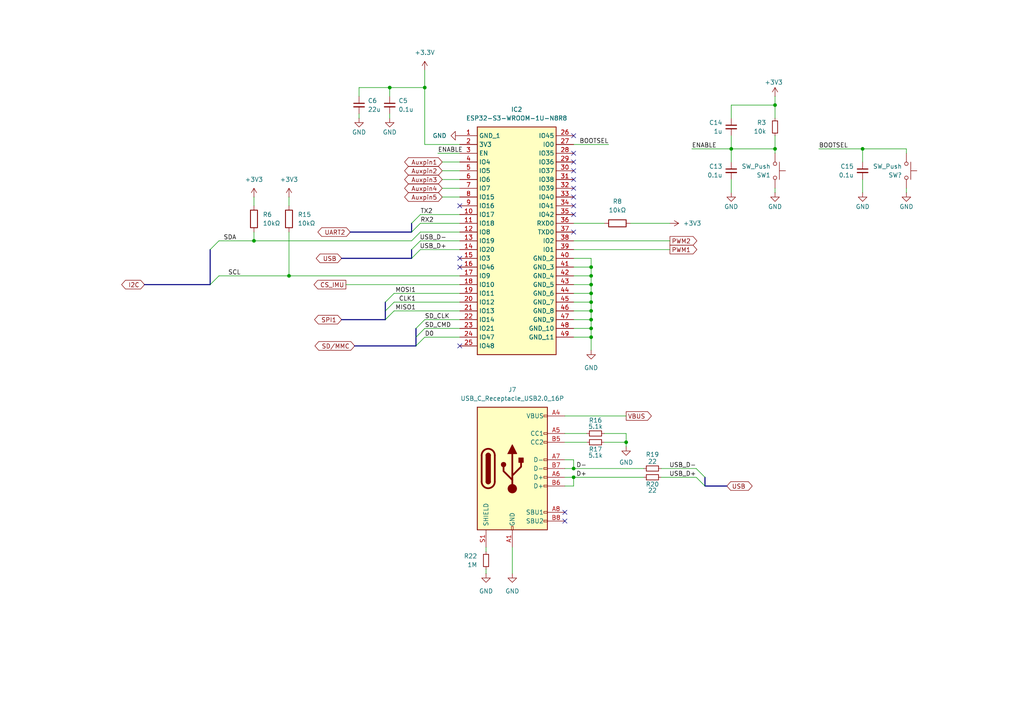
<source format=kicad_sch>
(kicad_sch (version 20250114) (generator "eeschema") (generator_version "9.0")
  (paper "A4")
  (lib_symbols
    (symbol "Connector:USB_C_Receptacle_USB2.0_16P" (pin_names (offset 1.016))
      (property "Reference" "J" (at 0 22.225 0))
      (property "Value" "USB_C_Receptacle_USB2.0_16P" (at 0 19.685 0))
      (symbol "USB_C_Receptacle_USB2.0_16P_0_0"
        (rectangle (start -0.254 -17.78) (end 0.254 -16.764))
        (rectangle (start 10.16 15.494) (end 9.144 14.986))
        (rectangle (start 10.16 10.414) (end 9.144 9.906))
        (rectangle (start 10.16 7.874) (end 9.144 7.366))
        (rectangle (start 10.16 2.794) (end 9.144 2.286))
        (rectangle (start 10.16 0.254) (end 9.144 -0.254))
        (rectangle (start 10.16 -2.286) (end 9.144 -2.794))
        (rectangle (start 10.16 -4.826) (end 9.144 -5.334))
        (rectangle (start 10.16 -12.446) (end 9.144 -12.954))
        (rectangle (start 10.16 -14.986) (end 9.144 -15.494))
      )
      (symbol "USB_C_Receptacle_USB2.0_16P_0_1"
        (rectangle (start -10.16 17.78) (end 10.16 -17.78) (stroke (width 0.254)) (fill (type background)))
        (polyline (pts (xy -8.89 -3.81) (xy -8.89 3.81)) (stroke (width 0.508)))
        (rectangle (start -7.62 -3.81) (end -6.35 3.81) (stroke (width 0.254)) (fill (type outline)))
        (arc (start -7.62 3.81) (mid -6.985 4.4423) (end -6.35 3.81) (stroke (width 0.254)))
        (arc (start -7.62 3.81) (mid -6.985 4.4423) (end -6.35 3.81) (stroke (width 0.254)) (fill (type outline)))
        (arc (start -8.89 3.81) (mid -6.985 5.7067) (end -5.08 3.81) (stroke (width 0.508)))
        (arc (start -5.08 -3.81) (mid -6.985 -5.7067) (end -8.89 -3.81) (stroke (width 0.508)))
        (arc (start -6.35 -3.81) (mid -6.985 -4.4423) (end -7.62 -3.81) (stroke (width 0.254)))
        (arc (start -6.35 -3.81) (mid -6.985 -4.4423) (end -7.62 -3.81) (stroke (width 0.254)) (fill (type outline)))
        (polyline (pts (xy -5.08 3.81) (xy -5.08 -3.81)) (stroke (width 0.508)))
        (circle (center -2.54 1.143) (radius 0.635) (stroke (width 0.254)) (fill (type outline)))
        (polyline (pts (xy -1.27 4.318) (xy 0 6.858) (xy 1.27 4.318) (xy -1.27 4.318)) (stroke (width 0.254)) (fill (type outline)))
        (polyline (pts (xy 0 -2.032) (xy 2.54 0.508) (xy 2.54 1.778)) (stroke (width 0.508)))
        (polyline (pts (xy 0 -3.302) (xy -2.54 -0.762) (xy -2.54 0.508)) (stroke (width 0.508)))
        (polyline (pts (xy 0 -5.842) (xy 0 4.318)) (stroke (width 0.508)))
        (circle (center 0 -5.842) (radius 1.27) (fill (type outline)))
        (rectangle (start 1.905 1.778) (end 3.175 3.048) (stroke (width 0.254)) (fill (type outline)))
      )
      (symbol "USB_C_Receptacle_USB2.0_16P_1_1"
        (pin passive line (at -7.62 -22.86 90) (length 5.08) (name "SHIELD") (number "S1"))
        (pin passive line (at 0 -22.86 90) (length 5.08) (name "GND") (number "A1"))
        (pin passive line (at 0 -22.86 90) (length 5.08) (hide yes) (name "GND") (number "A12"))
        (pin passive line (at 0 -22.86 90) (length 5.08) (hide yes) (name "GND") (number "B1"))
        (pin passive line (at 0 -22.86 90) (length 5.08) (hide yes) (name "GND") (number "B12"))
        (pin passive line (at 15.24 15.24 180) (length 5.08) (name "VBUS") (number "A4"))
        (pin passive line (at 15.24 15.24 180) (length 5.08) (hide yes) (name "VBUS") (number "A9"))
        (pin passive line (at 15.24 15.24 180) (length 5.08) (hide yes) (name "VBUS") (number "B4"))
        (pin passive line (at 15.24 15.24 180) (length 5.08) (hide yes) (name "VBUS") (number "B9"))
        (pin bidirectional line (at 15.24 10.16 180) (length 5.08) (name "CC1") (number "A5"))
        (pin bidirectional line (at 15.24 7.62 180) (length 5.08) (name "CC2") (number "B5"))
        (pin bidirectional line (at 15.24 2.54 180) (length 5.08) (name "D-") (number "A7"))
        (pin bidirectional line (at 15.24 0 180) (length 5.08) (name "D-") (number "B7"))
        (pin bidirectional line (at 15.24 -2.54 180) (length 5.08) (name "D+") (number "A6"))
        (pin bidirectional line (at 15.24 -5.08 180) (length 5.08) (name "D+") (number "B6"))
        (pin bidirectional line (at 15.24 -12.7 180) (length 5.08) (name "SBU1") (number "A8"))
        (pin bidirectional line (at 15.24 -15.24 180) (length 5.08) (name "SBU2") (number "B8"))
      )
    )
    (symbol "Device:C_Small" (pin_numbers (hide yes)) (pin_names (offset 0.254) (hide yes))
      (property "Reference" "C" (at 0.254 1.778 0))
      (property "Value" "C_Small" (at 0.254 -2.032 0))
      (symbol "C_Small_0_1"
        (polyline (pts (xy -1.524 0.508) (xy 1.524 0.508)) (stroke (width 0.3048)))
        (polyline (pts (xy -1.524 -0.508) (xy 1.524 -0.508)) (stroke (width 0.3302)))
      )
      (symbol "C_Small_1_1"
        (pin passive line (at 0 2.54 270) (length 2.032) (name "~") (number "1"))
        (pin passive line (at 0 -2.54 90) (length 2.032) (name "~") (number "2"))
      )
    )
    (symbol "Device:R" (pin_numbers (hide yes)) (pin_names (offset 0))
      (property "Reference" "R" (at 2.032 0 90))
      (property "Value" "R" (at 0 0 90))
      (symbol "R_0_1"
        (rectangle (start -1.016 -2.54) (end 1.016 2.54) (stroke (width 0.254)))
      )
      (symbol "R_1_1"
        (pin passive line (at 0 3.81 270) (length 1.27) (name "~") (number "1"))
        (pin passive line (at 0 -3.81 90) (length 1.27) (name "~") (number "2"))
      )
    )
    (symbol "Device:R_Small" (pin_numbers (hide yes)) (pin_names (offset 0.254) (hide yes))
      (property "Reference" "R" (at 0 0 90))
      (property "Value" "R_Small" (at 1.778 0 90))
      (symbol "R_Small_0_1"
        (rectangle (start -0.762 1.778) (end 0.762 -1.778) (stroke (width 0.2032)))
      )
      (symbol "R_Small_1_1"
        (pin passive line (at 0 2.54 270) (length 0.762) (name "~") (number "1"))
        (pin passive line (at 0 -2.54 90) (length 0.762) (name "~") (number "2"))
      )
    )
    (symbol "ESP32-S3-WROOM-1U-N8R8:ESP32-S3-WROOM-1U-N8R8"
      (property "Reference" "IC" (at 29.21 7.62 0))
      (property "Value" "ESP32-S3-WROOM-1U-N8R8" (at 29.21 5.08 0))
      (symbol "ESP32-S3-WROOM-1U-N8R8_1_1"
        (rectangle (start 5.08 2.54) (end 27.94 -63.5) (stroke (width 0.254)) (fill (type background)))
        (pin passive line (at 0 0 0) (length 5.08) (name "GND_1") (number "1"))
        (pin passive line (at 0 -2.54 0) (length 5.08) (name "3V3") (number "2"))
        (pin passive line (at 0 -5.08 0) (length 5.08) (name "EN") (number "3"))
        (pin passive line (at 0 -7.62 0) (length 5.08) (name "IO4") (number "4"))
        (pin passive line (at 0 -10.16 0) (length 5.08) (name "IO5") (number "5"))
        (pin passive line (at 0 -12.7 0) (length 5.08) (name "IO6") (number "6"))
        (pin passive line (at 0 -15.24 0) (length 5.08) (name "IO7") (number "7"))
        (pin passive line (at 0 -17.78 0) (length 5.08) (name "IO15") (number "8"))
        (pin passive line (at 0 -20.32 0) (length 5.08) (name "IO16") (number "9"))
        (pin passive line (at 0 -22.86 0) (length 5.08) (name "IO17") (number "10"))
        (pin passive line (at 0 -25.4 0) (length 5.08) (name "IO18") (number "11"))
        (pin passive line (at 0 -27.94 0) (length 5.08) (name "IO8") (number "12"))
        (pin passive line (at 0 -30.48 0) (length 5.08) (name "IO19") (number "13"))
        (pin passive line (at 0 -33.02 0) (length 5.08) (name "IO20") (number "14"))
        (pin passive line (at 0 -35.56 0) (length 5.08) (name "IO3") (number "15"))
        (pin passive line (at 0 -38.1 0) (length 5.08) (name "IO46") (number "16"))
        (pin passive line (at 0 -40.64 0) (length 5.08) (name "IO9") (number "17"))
        (pin passive line (at 0 -43.18 0) (length 5.08) (name "IO10") (number "18"))
        (pin passive line (at 0 -45.72 0) (length 5.08) (name "IO11") (number "19"))
        (pin passive line (at 0 -48.26 0) (length 5.08) (name "IO12") (number "20"))
        (pin passive line (at 0 -50.8 0) (length 5.08) (name "IO13") (number "21"))
        (pin passive line (at 0 -53.34 0) (length 5.08) (name "IO14") (number "22"))
        (pin passive line (at 0 -55.88 0) (length 5.08) (name "IO21") (number "23"))
        (pin passive line (at 0 -58.42 0) (length 5.08) (name "IO47") (number "24"))
        (pin passive line (at 0 -60.96 0) (length 5.08) (name "IO48") (number "25"))
        (pin passive line (at 33.02 0 180) (length 5.08) (name "IO45") (number "26"))
        (pin passive line (at 33.02 -2.54 180) (length 5.08) (name "IO0") (number "27"))
        (pin passive line (at 33.02 -5.08 180) (length 5.08) (name "IO35") (number "28"))
        (pin passive line (at 33.02 -7.62 180) (length 5.08) (name "IO36") (number "29"))
        (pin passive line (at 33.02 -10.16 180) (length 5.08) (name "IO37") (number "30"))
        (pin passive line (at 33.02 -12.7 180) (length 5.08) (name "IO38") (number "31"))
        (pin passive line (at 33.02 -15.24 180) (length 5.08) (name "IO39") (number "32"))
        (pin passive line (at 33.02 -17.78 180) (length 5.08) (name "IO40") (number "33"))
        (pin passive line (at 33.02 -20.32 180) (length 5.08) (name "IO41") (number "34"))
        (pin passive line (at 33.02 -22.86 180) (length 5.08) (name "IO42") (number "35"))
        (pin passive line (at 33.02 -25.4 180) (length 5.08) (name "RXD0") (number "36"))
        (pin passive line (at 33.02 -27.94 180) (length 5.08) (name "TXD0") (number "37"))
        (pin passive line (at 33.02 -30.48 180) (length 5.08) (name "IO2") (number "38"))
        (pin passive line (at 33.02 -33.02 180) (length 5.08) (name "IO1") (number "39"))
        (pin passive line (at 33.02 -35.56 180) (length 5.08) (name "GND_2") (number "40"))
        (pin passive line (at 33.02 -38.1 180) (length 5.08) (name "GND_3") (number "41"))
        (pin passive line (at 33.02 -40.64 180) (length 5.08) (name "GND_4") (number "42"))
        (pin passive line (at 33.02 -43.18 180) (length 5.08) (name "GND_5") (number "43"))
        (pin passive line (at 33.02 -45.72 180) (length 5.08) (name "GND_6") (number "44"))
        (pin passive line (at 33.02 -48.26 180) (length 5.08) (name "GND_7") (number "45"))
        (pin passive line (at 33.02 -50.8 180) (length 5.08) (name "GND_8") (number "46"))
        (pin passive line (at 33.02 -53.34 180) (length 5.08) (name "GND_9") (number "47"))
        (pin passive line (at 33.02 -55.88 180) (length 5.08) (name "GND_10") (number "48"))
        (pin passive line (at 33.02 -58.42 180) (length 5.08) (name "GND_11") (number "49"))
      )
    )
    (symbol "Switch:SW_Push" (pin_numbers (hide yes)) (pin_names (offset 1.016) (hide yes))
      (property "Reference" "SW" (at 1.27 2.54 0))
      (property "Value" "SW_Push" (at 0 -1.524 0))
      (symbol "SW_Push_0_1"
        (circle (center -2.032 0) (radius 0.508))
        (polyline (pts (xy 0 1.27) (xy 0 3.048)))
        (circle (center 2.032 0) (radius 0.508))
        (polyline (pts (xy 2.54 1.27) (xy -2.54 1.27)))
        (pin passive line (at -5.08 0 0) (length 2.54) (name "1") (number "1"))
        (pin passive line (at 5.08 0 180) (length 2.54) (name "2") (number "2"))
      )
    )
    (symbol "power:+3.3V" (power) (pin_numbers (hide yes)) (pin_names (offset 0) (hide yes))
      (property "Value" "+3.3V" (at 0 3.556 0))
      (symbol "+3.3V_0_1"
        (polyline (pts (xy -0.762 1.27) (xy 0 2.54)))
        (polyline (pts (xy 0 2.54) (xy 0.762 1.27)))
        (polyline (pts (xy 0 0) (xy 0 2.54)))
      )
      (symbol "+3.3V_1_1"
        (pin power_in line (at 0 0 90) (length 0) (name "~") (number "1"))
      )
    )
    (symbol "power:+3V3" (power) (pin_numbers (hide yes)) (pin_names (offset 0) (hide yes))
      (property "Value" "+3V3" (at 0 3.556 0))
      (symbol "+3V3_0_1"
        (polyline (pts (xy -0.762 1.27) (xy 0 2.54)))
        (polyline (pts (xy 0 2.54) (xy 0.762 1.27)))
        (polyline (pts (xy 0 0) (xy 0 2.54)))
      )
      (symbol "+3V3_1_1"
        (pin power_in line (at 0 0 90) (length 0) (name "~") (number "1"))
      )
    )
    (symbol "power:GND" (power) (pin_numbers (hide yes)) (pin_names (offset 0) (hide yes))
      (property "Value" "GND" (at 0 -3.81 0))
      (symbol "GND_0_1"
        (polyline (pts (xy 0 0) (xy 0 -1.27) (xy 1.27 -1.27) (xy 0 -2.54) (xy -1.27 -1.27) (xy 0 -1.27)))
      )
      (symbol "GND_1_1"
        (pin power_in line (at 0 0 270) (length 0) (name "~") (number "1"))
      )
    )
  )
  (junction (at 250.19 43.18))
  (junction (at 113.03 25.4))
  (junction (at 212.09 43.18))
  (junction (at 171.45 95.25))
  (junction (at 83.82 80.01))
  (junction (at 123.19 25.4))
  (junction (at 171.45 85.09))
  (junction (at 171.45 82.55))
  (junction (at 171.45 80.01))
  (junction (at 166.37 138.43))
  (junction (at 224.79 30.48))
  (junction (at 73.66 69.85))
  (junction (at 171.45 90.17))
  (junction (at 181.61 128.27))
  (junction (at 171.45 92.71))
  (junction (at 224.79 43.18))
  (junction (at 171.45 97.79))
  (junction (at 171.45 77.47))
  (junction (at 171.45 87.63))
  (junction (at 166.37 135.89))
  (no_connect (at 166.37 39.37))
  (no_connect (at 133.35 100.33))
  (no_connect (at 166.37 49.53))
  (no_connect (at 133.35 59.69))
  (no_connect (at 133.35 77.47))
  (no_connect (at 166.37 59.69))
  (no_connect (at 166.37 46.99))
  (no_connect (at 166.37 44.45))
  (no_connect (at 166.37 54.61))
  (no_connect (at 166.37 62.23))
  (no_connect (at 163.83 148.59))
  (no_connect (at 133.35 74.93))
  (no_connect (at 166.37 67.31))
  (no_connect (at 166.37 57.15))
  (no_connect (at 163.83 151.13))
  (no_connect (at 166.37 52.07))
  (bus_entry (at 63.5 69.85) (size -2.54 2.54))
  (bus_entry (at 119.38 67.31) (size 2.54 -2.54))
  (bus_entry (at 114.3 85.09) (size -2.54 2.54))
  (bus_entry (at 119.38 64.77) (size 2.54 -2.54))
  (bus_entry (at 201.93 138.43) (size 2.54 2.54))
  (bus_entry (at 119.38 72.39) (size 2.54 -2.54))
  (bus_entry (at 63.5 80.01) (size -2.54 2.54))
  (bus_entry (at 114.3 90.17) (size -2.54 2.54))
  (bus_entry (at 201.93 135.89) (size 2.54 2.54))
  (bus_entry (at 114.3 87.63) (size -2.54 2.54))
  (bus_entry (at 123.19 95.25) (size -2.54 2.54))
  (bus_entry (at 123.19 97.79) (size -2.54 2.54))
  (bus_entry (at 123.19 92.71) (size -2.54 2.54))
  (bus_entry (at 119.38 74.93) (size 2.54 -2.54))
  (wire (pts (xy 113.03 27.94) (xy 113.03 25.4)))
  (wire (pts (xy 200.66 43.18) (xy 212.09 43.18)))
  (bus (pts (xy 204.47 140.97) (xy 210.82 140.97)))
  (bus (pts (xy 60.96 72.39) (xy 60.96 82.55)))
  (wire (pts (xy 113.03 34.29) (xy 113.03 33.02)))
  (wire (pts (xy 224.79 30.48) (xy 224.79 34.29)))
  (wire (pts (xy 128.27 46.99) (xy 133.35 46.99)))
  (wire (pts (xy 166.37 74.93) (xy 171.45 74.93)))
  (wire (pts (xy 166.37 135.89) (xy 186.69 135.89)))
  (bus (pts (xy 119.38 64.77) (xy 119.38 67.31)))
  (wire (pts (xy 123.19 92.71) (xy 133.35 92.71)))
  (wire (pts (xy 133.35 41.91) (xy 123.19 41.91)))
  (wire (pts (xy 212.09 43.18) (xy 212.09 46.99)))
  (wire (pts (xy 166.37 64.77) (xy 175.26 64.77)))
  (wire (pts (xy 212.09 30.48) (xy 224.79 30.48)))
  (wire (pts (xy 104.14 25.4) (xy 113.03 25.4)))
  (wire (pts (xy 166.37 135.89) (xy 166.37 133.35)))
  (bus (pts (xy 41.91 82.55) (xy 60.96 82.55)))
  (wire (pts (xy 163.83 128.27) (xy 170.18 128.27)))
  (wire (pts (xy 171.45 80.01) (xy 171.45 82.55)))
  (wire (pts (xy 171.45 90.17) (xy 171.45 92.71)))
  (wire (pts (xy 182.88 64.77) (xy 194.31 64.77)))
  (wire (pts (xy 166.37 85.09) (xy 171.45 85.09)))
  (wire (pts (xy 123.19 41.91) (xy 123.19 25.4)))
  (bus (pts (xy 111.76 87.63) (xy 111.76 90.17)))
  (wire (pts (xy 212.09 39.37) (xy 212.09 43.18)))
  (bus (pts (xy 111.76 92.71) (xy 99.06 92.71)))
  (wire (pts (xy 175.26 128.27) (xy 181.61 128.27)))
  (wire (pts (xy 166.37 82.55) (xy 171.45 82.55)))
  (wire (pts (xy 262.89 55.88) (xy 262.89 54.61)))
  (wire (pts (xy 114.3 85.09) (xy 133.35 85.09)))
  (wire (pts (xy 166.37 133.35) (xy 163.83 133.35)))
  (wire (pts (xy 128.27 49.53) (xy 133.35 49.53)))
  (wire (pts (xy 113.03 25.4) (xy 123.19 25.4)))
  (bus (pts (xy 99.06 74.93) (xy 119.38 74.93)))
  (wire (pts (xy 163.83 135.89) (xy 166.37 135.89)))
  (wire (pts (xy 171.45 87.63) (xy 171.45 90.17)))
  (bus (pts (xy 119.38 72.39) (xy 119.38 74.93)))
  (wire (pts (xy 166.37 77.47) (xy 171.45 77.47)))
  (wire (pts (xy 140.97 165.1) (xy 140.97 166.37)))
  (wire (pts (xy 212.09 34.29) (xy 212.09 30.48)))
  (wire (pts (xy 224.79 43.18) (xy 224.79 44.45)))
  (wire (pts (xy 163.83 125.73) (xy 170.18 125.73)))
  (wire (pts (xy 123.19 95.25) (xy 133.35 95.25)))
  (wire (pts (xy 181.61 125.73) (xy 181.61 128.27)))
  (wire (pts (xy 63.5 69.85) (xy 73.66 69.85)))
  (wire (pts (xy 166.37 87.63) (xy 171.45 87.63)))
  (wire (pts (xy 224.79 39.37) (xy 224.79 43.18)))
  (wire (pts (xy 121.92 67.31) (xy 133.35 67.31)))
  (wire (pts (xy 83.82 80.01) (xy 133.35 80.01)))
  (wire (pts (xy 250.19 43.18) (xy 262.89 43.18)))
  (wire (pts (xy 73.66 57.15) (xy 73.66 59.69)))
  (wire (pts (xy 166.37 138.43) (xy 163.83 138.43)))
  (wire (pts (xy 73.66 67.31) (xy 73.66 69.85)))
  (wire (pts (xy 194.31 69.85) (xy 166.37 69.85)))
  (wire (pts (xy 127 44.45) (xy 133.35 44.45)))
  (wire (pts (xy 166.37 97.79) (xy 171.45 97.79)))
  (wire (pts (xy 171.45 97.79) (xy 171.45 101.6)))
  (wire (pts (xy 140.97 160.02) (xy 140.97 158.75)))
  (wire (pts (xy 166.37 90.17) (xy 171.45 90.17)))
  (wire (pts (xy 166.37 95.25) (xy 171.45 95.25)))
  (wire (pts (xy 128.27 57.15) (xy 133.35 57.15)))
  (wire (pts (xy 181.61 128.27) (xy 181.61 129.54)))
  (wire (pts (xy 163.83 120.65) (xy 181.61 120.65)))
  (wire (pts (xy 73.66 69.85) (xy 119.38 69.85)))
  (wire (pts (xy 175.26 125.73) (xy 181.61 125.73)))
  (bus (pts (xy 102.87 100.33) (xy 120.65 100.33)))
  (wire (pts (xy 114.3 87.63) (xy 133.35 87.63)))
  (wire (pts (xy 262.89 43.18) (xy 262.89 44.45)))
  (wire (pts (xy 171.45 92.71) (xy 171.45 95.25)))
  (bus (pts (xy 120.65 97.79) (xy 120.65 100.33)))
  (wire (pts (xy 250.19 43.18) (xy 250.19 46.99)))
  (wire (pts (xy 148.59 158.75) (xy 148.59 166.37)))
  (wire (pts (xy 212.09 52.07) (xy 212.09 55.88)))
  (wire (pts (xy 123.19 97.79) (xy 133.35 97.79)))
  (wire (pts (xy 63.5 80.01) (xy 83.82 80.01)))
  (wire (pts (xy 171.45 74.93) (xy 171.45 77.47)))
  (wire (pts (xy 104.14 27.94) (xy 104.14 25.4)))
  (wire (pts (xy 166.37 72.39) (xy 194.31 72.39)))
  (wire (pts (xy 224.79 27.94) (xy 224.79 30.48)))
  (wire (pts (xy 163.83 140.97) (xy 166.37 140.97)))
  (bus (pts (xy 204.47 138.43) (xy 204.47 140.97)))
  (wire (pts (xy 83.82 67.31) (xy 83.82 80.01)))
  (wire (pts (xy 133.35 72.39) (xy 121.92 72.39)))
  (wire (pts (xy 224.79 55.88) (xy 224.79 54.61)))
  (wire (pts (xy 250.19 52.07) (xy 250.19 55.88)))
  (wire (pts (xy 83.82 57.15) (xy 83.82 59.69)))
  (wire (pts (xy 191.77 135.89) (xy 201.93 135.89)))
  (wire (pts (xy 128.27 52.07) (xy 133.35 52.07)))
  (wire (pts (xy 121.92 62.23) (xy 133.35 62.23)))
  (bus (pts (xy 101.6 67.31) (xy 119.38 67.31)))
  (wire (pts (xy 121.92 67.31) (xy 119.38 69.85)))
  (wire (pts (xy 121.92 64.77) (xy 133.35 64.77)))
  (wire (pts (xy 104.14 34.29) (xy 104.14 33.02)))
  (wire (pts (xy 237.49 43.18) (xy 250.19 43.18)))
  (wire (pts (xy 171.45 95.25) (xy 171.45 97.79)))
  (wire (pts (xy 166.37 140.97) (xy 166.37 138.43)))
  (wire (pts (xy 171.45 85.09) (xy 171.45 87.63)))
  (wire (pts (xy 191.77 138.43) (xy 201.93 138.43)))
  (wire (pts (xy 212.09 43.18) (xy 224.79 43.18)))
  (wire (pts (xy 166.37 80.01) (xy 171.45 80.01)))
  (wire (pts (xy 123.19 25.4) (xy 123.19 20.32)))
  (wire (pts (xy 128.27 54.61) (xy 133.35 54.61)))
  (wire (pts (xy 166.37 138.43) (xy 186.69 138.43)))
  (wire (pts (xy 171.45 82.55) (xy 171.45 85.09)))
  (wire (pts (xy 100.33 82.55) (xy 133.35 82.55)))
  (wire (pts (xy 166.37 41.91) (xy 176.53 41.91)))
  (wire (pts (xy 121.92 69.85) (xy 133.35 69.85)))
  (bus (pts (xy 120.65 95.25) (xy 120.65 97.79)))
  (bus (pts (xy 111.76 90.17) (xy 111.76 92.71)))
  (wire (pts (xy 166.37 92.71) (xy 171.45 92.71)))
  (wire (pts (xy 171.45 77.47) (xy 171.45 80.01)))
  (wire (pts (xy 114.3 90.17) (xy 133.35 90.17)))
  (label "RX2" (at 121.92 64.77 0))
  (label "MISO1" (at 120.65 90.17 180))
  (label "BOOTSEL" (at 237.49 43.18 0))
  (label "SD_CMD" (at 123.19 95.25 0))
  (label "BOOTSEL" (at 176.53 41.91 180))
  (label "MOSI1" (at 120.65 85.09 180))
  (label "SDA" (at 68.58 69.85 180))
  (label "USB_D+" (at 129.54 72.39 180))
  (label "USB_D-" (at 129.54 69.85 180))
  (label "SD_CLK" (at 123.19 92.71 0))
  (label "D-" (at 170.18 135.89 180))
  (label "D0" (at 123.19 97.79 0))
  (label "TX2" (at 121.92 62.23 0))
  (label "CLK1" (at 120.65 87.63 180))
  (label "SCL" (at 69.85 80.01 180))
  (label "ENABLE" (at 127 44.45 0))
  (label "D+" (at 170.18 138.43 180))
  (label "USB_D+" (at 201.93 138.43 180))
  (label "ENABLE" (at 200.66 43.18 0))
  (label "USB_D-" (at 201.93 135.89 180))
  (global_label "VBUS" (shape output) (at 181.61 120.65 0) (property "Intersheetrefs" "${INTERSHEET_REFS}" (effects (hide yes))))
  (global_label "Auxpin1" (shape bidirectional) (at 128.27 46.99 180) (property "Intersheetrefs" "${INTERSHEET_REFS}" (effects (hide yes))))
  (global_label "Auxpin3" (shape bidirectional) (at 128.27 52.07 180) (property "Intersheetrefs" "${INTERSHEET_REFS}" (effects (hide yes))))
  (global_label "CS_IMU" (shape output) (at 100.33 82.55 180) (property "Intersheetrefs" "${INTERSHEET_REFS}" (effects (hide yes))))
  (global_label "SPI1" (shape bidirectional) (at 99.06 92.71 180) (property "Intersheetrefs" "${INTERSHEET_REFS}" (effects (hide yes))))
  (global_label "Auxpin5" (shape bidirectional) (at 128.27 57.15 180) (property "Intersheetrefs" "${INTERSHEET_REFS}" (effects (hide yes))))
  (global_label "Auxpin4" (shape bidirectional) (at 128.27 54.61 180) (property "Intersheetrefs" "${INTERSHEET_REFS}" (effects (hide yes))))
  (global_label "UART2" (shape bidirectional) (at 101.6 67.31 180) (property "Intersheetrefs" "${INTERSHEET_REFS}" (effects (hide yes))))
  (global_label "SD{slash}MMC" (shape bidirectional) (at 102.87 100.33 180) (property "Intersheetrefs" "${INTERSHEET_REFS}" (effects (hide yes))))
  (global_label "PWM1" (shape output) (at 194.31 72.39 0) (property "Intersheetrefs" "${INTERSHEET_REFS}" (effects (hide yes))))
  (global_label "PWM2" (shape output) (at 194.31 69.85 0) (property "Intersheetrefs" "${INTERSHEET_REFS}" (effects (hide yes))))
  (global_label "USB" (shape bidirectional) (at 99.06 74.93 180) (property "Intersheetrefs" "${INTERSHEET_REFS}" (effects (hide yes))))
  (global_label "Auxpin2" (shape bidirectional) (at 128.27 49.53 180) (property "Intersheetrefs" "${INTERSHEET_REFS}" (effects (hide yes))))
  (global_label "I2C" (shape bidirectional) (at 41.91 82.55 180) (property "Intersheetrefs" "${INTERSHEET_REFS}" (effects (hide yes))))
  (global_label "USB" (shape bidirectional) (at 210.82 140.97 0) (property "Intersheetrefs" "${INTERSHEET_REFS}" (effects (hide yes))))
  (symbol (lib_id "power:GND") (at 140.97 166.37 0) (unit 1)
    (property "Reference" "#PWR031" (effects (hide yes)))
    (property "Value" "GND" (at 140.97 171.45 0))
    (property "Description" "Power symbol creates a global label with name \"GND\" , ground" (effects (hide yes)))
  )
  (symbol (lib_id "power:GND") (at 224.79 55.88 0) (mirror y) (unit 1)
    (property "Reference" "#PWR048" (effects (hide yes)))
    (property "Value" "GND" (at 224.79 59.944 0))
    (property "Description" "Power symbol creates a global label with name \"GND\" , ground" (effects (hide yes)))
  )
  (symbol (lib_id "Device:R_Small") (at 172.72 125.73 270) (mirror x) (unit 1)
    (property "Reference" "R16" (at 172.72 121.92 90))
    (property "Value" "5.1k" (at 172.72 123.698 90))
    (property "Footprint" "Resistor_SMD:R_0603_1608Metric_Pad0.98x0.95mm_HandSolder" (effects (hide yes)))
    (property "Description" "Resistor, small symbol" (effects (hide yes)))
  )
  (symbol (lib_id "Device:R") (at 73.66 63.5 180) (unit 1)
    (property "Reference" "R6" (at 76.2 62.2299 0) (effects (justify right)))
    (property "Value" "10kΩ" (at 76.2 64.7699 0) (effects (justify right)))
    (property "Footprint" "Resistor_SMD:R_0603_1608Metric_Pad0.98x0.95mm_HandSolder" (effects (hide yes)))
    (property "Description" "Resistor" (effects (hide yes)))
  )
  (symbol (lib_id "Device:C_Small") (at 113.03 30.48 0) (unit 1)
    (property "Reference" "C5" (at 115.57 29.2162 0) (effects (justify left)))
    (property "Value" "0.1u" (at 115.57 31.7562 0) (effects (justify left)))
    (property "Footprint" "Capacitor_SMD:C_0603_1608Metric_Pad1.08x0.95mm_HandSolder" (effects (hide yes)))
    (property "Description" "Unpolarized capacitor, small symbol" (effects (hide yes)))
  )
  (symbol (lib_id "power:+3V3") (at 73.66 57.15 0) (unit 1)
    (property "Reference" "#PWR011" (effects (hide yes)))
    (property "Value" "+3V3" (at 73.66 52.07 0))
    (property "Description" "Power symbol creates a global label with name \"+3V3\"" (effects (hide yes)))
  )
  (symbol (lib_id "Device:C_Small") (at 104.14 30.48 0) (unit 1)
    (property "Reference" "C6" (at 106.68 29.2162 0) (effects (justify left)))
    (property "Value" "22u" (at 106.68 31.7562 0) (effects (justify left)))
    (property "Footprint" "Capacitor_SMD:C_0603_1608Metric_Pad1.08x0.95mm_HandSolder" (effects (hide yes)))
    (property "Description" "Unpolarized capacitor, small symbol" (effects (hide yes)))
  )
  (symbol (lib_id "Switch:SW_Push") (at 262.89 49.53 270) (unit 1)
    (property "Reference" "SW?" (at 261.62 50.8001 90) (effects (justify right)))
    (property "Value" "SW_Push" (at 261.62 48.2601 90) (effects (justify right)))
    (property "Footprint" "Buttons:C4B1802110" (effects (hide yes)))
    (property "Description" "Push button switch, generic, two pins" (effects (hide yes)))
  )
  (symbol (lib_id "Connector:USB_C_Receptacle_USB2.0_16P") (at 148.59 135.89 0) (unit 1)
    (property "Reference" "J7" (at 148.59 113.03 0))
    (property "Value" "USB_C_Receptacle_USB2.0_16P" (at 148.59 115.57 0))
    (property "Footprint" "Connector_USB:USB_C_Receptacle_G-Switch_GT-USB-7010ASV" (effects (hide yes)))
    (property "Datasheet" "https://www.usb.org/sites/default/files/documents/usb_type-c.zip" (effects (hide yes)))
    (property "Description" "USB 2.0-only 16P Type-C Receptacle connector" (effects (hide yes)))
  )
  (symbol (lib_id "power:GND") (at 171.45 101.6 0) (unit 1)
    (property "Reference" "#PWR025" (effects (hide yes)))
    (property "Value" "GND" (at 171.45 106.68 0))
    (property "Description" "Power symbol creates a global label with name \"GND\" , ground" (effects (hide yes)))
  )
  (symbol (lib_id "Device:C_Small") (at 250.19 49.53 0) (mirror y) (unit 1)
    (property "Reference" "C15" (at 247.65 48.2662 0) (effects (justify left)))
    (property "Value" "0.1u" (at 247.65 50.8062 0) (effects (justify left)))
    (property "Footprint" "Capacitor_SMD:C_0603_1608Metric_Pad1.08x0.95mm_HandSolder" (effects (hide yes)))
    (property "Description" "Unpolarized capacitor, small symbol" (effects (hide yes)))
  )
  (symbol (lib_id "power:GND") (at 262.89 55.88 0) (unit 1)
    (property "Reference" "#PWR?" (effects (hide yes)))
    (property "Value" "GND" (at 260.858 59.944 0) (effects (justify left)))
    (property "Description" "Power symbol creates a global label with name \"GND\" , ground" (effects (hide yes)))
  )
  (symbol (lib_id "power:GND") (at 250.19 55.88 0) (unit 1)
    (property "Reference" "#PWR0101" (effects (hide yes)))
    (property "Value" "GND" (at 248.158 59.944 0) (effects (justify left)))
    (property "Description" "Power symbol creates a global label with name \"GND\" , ground" (effects (hide yes)))
  )
  (symbol (lib_id "Device:R_Small") (at 189.23 138.43 90) (mirror x) (unit 1)
    (property "Reference" "R20" (at 189.23 140.462 90))
    (property "Value" "22" (at 189.23 142.24 90))
    (property "Footprint" "Resistor_SMD:R_0603_1608Metric_Pad0.98x0.95mm_HandSolder" (effects (hide yes)))
    (property "Description" "Resistor, small symbol" (effects (hide yes)))
  )
  (symbol (lib_id "Device:C_Small") (at 212.09 36.83 0) (mirror y) (unit 1)
    (property "Reference" "C14" (at 209.55 35.5662 0) (effects (justify left)))
    (property "Value" "1u" (at 209.55 38.1062 0) (effects (justify left)))
    (property "Footprint" "Capacitor_SMD:C_0603_1608Metric_Pad1.08x0.95mm_HandSolder" (effects (hide yes)))
    (property "Description" "Unpolarized capacitor, small symbol" (effects (hide yes)))
  )
  (symbol (lib_id "power:+3.3V") (at 123.19 20.32 0) (unit 1)
    (property "Reference" "#PWR032" (effects (hide yes)))
    (property "Value" "+3.3V" (at 123.19 15.24 0))
    (property "Description" "Power symbol creates a global label with name \"+3.3V\"" (effects (hide yes)))
  )
  (symbol (lib_id "power:GND") (at 104.14 34.29 0) (mirror y) (unit 1)
    (property "Reference" "#PWR034" (effects (hide yes)))
    (property "Value" "GND" (at 104.14 38.354 0))
    (property "Description" "Power symbol creates a global label with name \"GND\" , ground" (effects (hide yes)))
  )
  (symbol (lib_id "Device:R_Small") (at 172.72 128.27 90) (mirror x) (unit 1)
    (property "Reference" "R17" (at 172.72 130.302 90))
    (property "Value" "5.1k" (at 172.72 132.08 90))
    (property "Footprint" "Resistor_SMD:R_0603_1608Metric_Pad0.98x0.95mm_HandSolder" (effects (hide yes)))
    (property "Description" "Resistor, small symbol" (effects (hide yes)))
  )
  (symbol (lib_id "Device:R_Small") (at 140.97 162.56 0) (unit 1)
    (property "Reference" "R22" (at 138.43 161.2899 0) (effects (justify right)))
    (property "Value" "1M" (at 138.43 163.8299 0) (effects (justify right)))
    (property "Footprint" "Resistor_SMD:R_0603_1608Metric_Pad0.98x0.95mm_HandSolder" (effects (hide yes)))
    (property "Description" "Resistor, small symbol" (effects (hide yes)))
  )
  (symbol (lib_id "power:+3V3") (at 194.31 64.77 270) (unit 1)
    (property "Reference" "#PWR026" (effects (hide yes)))
    (property "Value" "+3V3" (at 198.12 64.7699 90) (effects (justify left)))
    (property "Description" "Power symbol creates a global label with name \"+3V3\"" (effects (hide yes)))
  )
  (symbol (lib_id "power:GND") (at 148.59 166.37 0) (unit 1)
    (property "Reference" "#PWR039" (effects (hide yes)))
    (property "Value" "GND" (at 148.59 171.45 0))
    (property "Description" "Power symbol creates a global label with name \"GND\" , ground" (effects (hide yes)))
  )
  (symbol (lib_id "power:GND") (at 181.61 129.54 0) (unit 1)
    (property "Reference" "#PWR049" (effects (hide yes)))
    (property "Value" "GND" (at 181.61 134.112 0))
    (property "Description" "Power symbol creates a global label with name \"GND\" , ground" (effects (hide yes)))
  )
  (symbol (lib_id "Device:R_Small") (at 189.23 135.89 90) (unit 1)
    (property "Reference" "R19" (at 189.23 131.826 90))
    (property "Value" "22" (at 189.23 133.858 90))
    (property "Footprint" "Resistor_SMD:R_0603_1608Metric_Pad0.98x0.95mm_HandSolder" (effects (hide yes)))
    (property "Description" "Resistor, small symbol" (effects (hide yes)))
  )
  (symbol (lib_id "Device:R") (at 83.82 63.5 180) (unit 1)
    (property "Reference" "R15" (at 86.36 62.2299 0) (effects (justify right)))
    (property "Value" "10kΩ" (at 86.36 64.7699 0) (effects (justify right)))
    (property "Footprint" "Resistor_SMD:R_0603_1608Metric_Pad0.98x0.95mm_HandSolder" (effects (hide yes)))
    (property "Description" "Resistor" (effects (hide yes)))
  )
  (symbol (lib_id "ESP32-S3-WROOM-1U-N8R8:ESP32-S3-WROOM-1U-N8R8") (at 133.35 39.37 0) (unit 1)
    (property "Reference" "IC2" (at 149.86 31.75 0))
    (property "Value" "ESP32-S3-WROOM-1U-N8R8" (at 149.86 34.29 0))
    (property "Footprint" "ESP32S3WROOM1UN8R8" (effects (hide yes)))
    (property "Datasheet" "https://www.espressif.com/sites/default/files/documentation/esp32-s3-wroom-1_wroom-1u_datasheet_en.pdf" (effects (hide yes)))
    (property "Description" "Multiprotocol Modules SMD Module, ESP32-S3R8, 8 MB Octal PSRAM Die, 8 MB Quad SPI Flash, IPEX Antenna Connector" (effects (hide yes)))
    (property "Height" "3.35" (effects (hide yes)))
    (property "Mouser Part Number" "356-ESP32S3WRM1UN8R8" (effects (hide yes)))
    (property "Mouser Price/Stock" "https://www.mouser.co.uk/ProductDetail/Espressif-Systems/ESP32-S3-WROOM-1U-N8R8?qs=Li%252BoUPsLEnvOglIa3CypaQ%3D%3D" (effects (hide yes)))
    (property "Manufacturer_Name" "Espressif Systems" (effects (hide yes)))
    (property "Manufacturer_Part_Number" "ESP32-S3-WROOM-1U-N8R8" (effects (hide yes)))
  )
  (symbol (lib_id "power:GND") (at 212.09 55.88 0) (mirror y) (unit 1)
    (property "Reference" "#PWR033" (effects (hide yes)))
    (property "Value" "GND" (at 212.09 59.944 0))
    (property "Description" "Power symbol creates a global label with name \"GND\" , ground" (effects (hide yes)))
  )
  (symbol (lib_id "power:+3V3") (at 83.82 57.15 0) (unit 1)
    (property "Reference" "#PWR037" (effects (hide yes)))
    (property "Value" "+3V3" (at 83.82 52.07 0))
    (property "Description" "Power symbol creates a global label with name \"+3V3\"" (effects (hide yes)))
  )
  (symbol (lib_id "power:+3V3") (at 224.79 27.94 0) (unit 1)
    (property "Reference" "#PWR015" (effects (hide yes)))
    (property "Value" "+3V3" (at 221.742 23.876 0) (effects (justify left)))
    (property "Description" "Power symbol creates a global label with name \"+3V3\"" (effects (hide yes)))
  )
  (symbol (lib_id "power:GND") (at 113.03 34.29 0) (mirror y) (unit 1)
    (property "Reference" "#PWR035" (effects (hide yes)))
    (property "Value" "GND" (at 113.03 38.354 0))
    (property "Description" "Power symbol creates a global label with name \"GND\" , ground" (effects (hide yes)))
  )
  (symbol (lib_id "Device:R_Small") (at 224.79 36.83 0) (mirror x) (unit 1)
    (property "Reference" "R3" (at 222.25 35.5599 0) (effects (justify right)))
    (property "Value" "10k" (at 222.25 38.0999 0) (effects (justify right)))
    (property "Footprint" "Resistor_SMD:R_0603_1608Metric_Pad0.98x0.95mm_HandSolder" (effects (hide yes)))
    (property "Description" "Resistor, small symbol" (effects (hide yes)))
  )
  (symbol (lib_id "Switch:SW_Push") (at 224.79 49.53 270) (unit 1)
    (property "Reference" "SW1" (at 223.52 50.8001 90) (effects (justify right)))
    (property "Value" "SW_Push" (at 223.52 48.2601 90) (effects (justify right)))
    (property "Footprint" "Buttons:C4B1802110" (effects (hide yes)))
    (property "Description" "Push button switch, generic, two pins" (effects (hide yes)))
  )
  (symbol (lib_id "Device:R") (at 179.07 64.77 90) (unit 1)
    (property "Reference" "R8" (at 179.07 58.42 90))
    (property "Value" "10kΩ" (at 179.07 60.96 90))
    (property "Footprint" "Resistor_SMD:R_0603_1608Metric_Pad0.98x0.95mm_HandSolder" (effects (hide yes)))
    (property "Description" "Resistor" (effects (hide yes)))
  )
  (symbol (lib_id "power:GND") (at 133.35 39.37 270) (unit 1)
    (property "Reference" "#PWR01" (effects (hide yes)))
    (property "Value" "GND" (at 129.54 39.3699 90) (effects (justify right)))
    (property "Description" "Power symbol creates a global label with name \"GND\" , ground" (effects (hide yes)))
  )
  (symbol (lib_id "Device:C_Small") (at 212.09 49.53 0) (mirror y) (unit 1)
    (property "Reference" "C13" (at 209.55 48.2662 0) (effects (justify left)))
    (property "Value" "0.1u" (at 209.55 50.8062 0) (effects (justify left)))
    (property "Footprint" "Capacitor_SMD:C_0603_1608Metric_Pad1.08x0.95mm_HandSolder" (effects (hide yes)))
    (property "Description" "Unpolarized capacitor, small symbol" (effects (hide yes)))
  )
)
</source>
